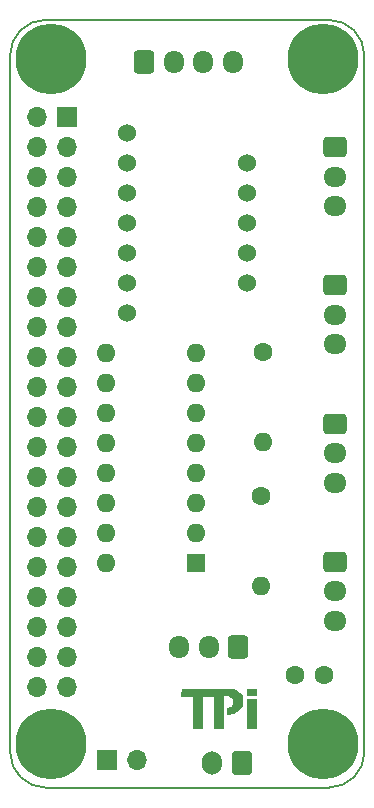
<source format=gbr>
%TF.GenerationSoftware,KiCad,Pcbnew,8.0.8*%
%TF.CreationDate,2025-02-21T13:51:55-05:00*%
%TF.ProjectId,TPI_v1,5450495f-7631-42e6-9b69-6361645f7063,rev?*%
%TF.SameCoordinates,Original*%
%TF.FileFunction,Soldermask,Top*%
%TF.FilePolarity,Negative*%
%FSLAX46Y46*%
G04 Gerber Fmt 4.6, Leading zero omitted, Abs format (unit mm)*
G04 Created by KiCad (PCBNEW 8.0.8) date 2025-02-21 13:51:55*
%MOMM*%
%LPD*%
G01*
G04 APERTURE LIST*
G04 Aperture macros list*
%AMRoundRect*
0 Rectangle with rounded corners*
0 $1 Rounding radius*
0 $2 $3 $4 $5 $6 $7 $8 $9 X,Y pos of 4 corners*
0 Add a 4 corners polygon primitive as box body*
4,1,4,$2,$3,$4,$5,$6,$7,$8,$9,$2,$3,0*
0 Add four circle primitives for the rounded corners*
1,1,$1+$1,$2,$3*
1,1,$1+$1,$4,$5*
1,1,$1+$1,$6,$7*
1,1,$1+$1,$8,$9*
0 Add four rect primitives between the rounded corners*
20,1,$1+$1,$2,$3,$4,$5,0*
20,1,$1+$1,$4,$5,$6,$7,0*
20,1,$1+$1,$6,$7,$8,$9,0*
20,1,$1+$1,$8,$9,$2,$3,0*%
G04 Aperture macros list end*
%ADD10C,0.000000*%
%ADD11R,1.700000X1.700000*%
%ADD12O,1.700000X1.700000*%
%ADD13R,1.600000X1.600000*%
%ADD14O,1.600000X1.600000*%
%ADD15RoundRect,0.250000X-0.600000X-0.725000X0.600000X-0.725000X0.600000X0.725000X-0.600000X0.725000X0*%
%ADD16O,1.700000X1.950000*%
%ADD17RoundRect,0.250000X-0.725000X0.600000X-0.725000X-0.600000X0.725000X-0.600000X0.725000X0.600000X0*%
%ADD18O,1.950000X1.700000*%
%ADD19C,1.600000*%
%ADD20C,6.000000*%
%ADD21C,1.524000*%
%ADD22RoundRect,0.250000X0.600000X0.750000X-0.600000X0.750000X-0.600000X-0.750000X0.600000X-0.750000X0*%
%ADD23O,1.700000X2.000000*%
%ADD24RoundRect,0.250000X0.600000X0.725000X-0.600000X0.725000X-0.600000X-0.725000X0.600000X-0.725000X0*%
%TA.AperFunction,Profile*%
%ADD25C,0.200000*%
%TD*%
G04 APERTURE END LIST*
D10*
%TO.C,G\u002A\u002A\u002A*%
G36*
X165392056Y-106438816D02*
G01*
X165392056Y-106731424D01*
X164969399Y-106731424D01*
X164546745Y-106731424D01*
X164546745Y-106438816D01*
X164546745Y-106146208D01*
X164969399Y-106146208D01*
X165392056Y-106146208D01*
X165392056Y-106438816D01*
G37*
G36*
X165392056Y-108265988D02*
G01*
X165392056Y-109514449D01*
X164969399Y-109514449D01*
X164546745Y-109514449D01*
X164546745Y-108265988D01*
X164546745Y-107017529D01*
X164969399Y-107017529D01*
X165392056Y-107017529D01*
X165392056Y-108265988D01*
G37*
G36*
X161223085Y-106145702D02*
G01*
X161425087Y-106145889D01*
X161624739Y-106146196D01*
X161820372Y-106146624D01*
X162010320Y-106147173D01*
X162192911Y-106147840D01*
X162366482Y-106148627D01*
X162529361Y-106149533D01*
X162679881Y-106150559D01*
X162816375Y-106151703D01*
X162937173Y-106152965D01*
X163040607Y-106154345D01*
X163125010Y-106155843D01*
X163188713Y-106157457D01*
X163230047Y-106159190D01*
X163242322Y-106160154D01*
X163430617Y-106190985D01*
X163601743Y-106239332D01*
X163755033Y-106304772D01*
X163889819Y-106386882D01*
X164005433Y-106485237D01*
X164101207Y-106599411D01*
X164176473Y-106728980D01*
X164192095Y-106763936D01*
X164231114Y-106885079D01*
X164253667Y-107020138D01*
X164260012Y-107163101D01*
X164250400Y-107307959D01*
X164225089Y-107448701D01*
X164184329Y-107579319D01*
X164154739Y-107646034D01*
X164067578Y-107791295D01*
X163959475Y-107921406D01*
X163830970Y-108035882D01*
X163682603Y-108134233D01*
X163529821Y-108209720D01*
X163444627Y-108241982D01*
X163345708Y-108273079D01*
X163242045Y-108300654D01*
X163142612Y-108322352D01*
X163056388Y-108335818D01*
X163044691Y-108337026D01*
X162992956Y-108342378D01*
X162946833Y-108347977D01*
X162917894Y-108352344D01*
X162882129Y-108359088D01*
X162882129Y-108060636D01*
X162882129Y-107762187D01*
X162963410Y-107746457D01*
X163080206Y-107713372D01*
X163178224Y-107663168D01*
X163256879Y-107596289D01*
X163315582Y-107513175D01*
X163337319Y-107465537D01*
X163358433Y-107386365D01*
X163368338Y-107293917D01*
X163367015Y-107198036D01*
X163354445Y-107108558D01*
X163338133Y-107052873D01*
X163289859Y-106957094D01*
X163225048Y-106878420D01*
X163142666Y-106816264D01*
X163041677Y-106770038D01*
X162921047Y-106739152D01*
X162779745Y-106723023D01*
X162755332Y-106721781D01*
X162596025Y-106714907D01*
X162596025Y-108114676D01*
X162596025Y-109514449D01*
X162160366Y-109514449D01*
X161724706Y-109514449D01*
X161724706Y-108161949D01*
X161724706Y-106809453D01*
X161584903Y-106809423D01*
X161529479Y-106809024D01*
X161454267Y-106807928D01*
X161365477Y-106806252D01*
X161269320Y-106804121D01*
X161172004Y-106801653D01*
X161142801Y-106800845D01*
X160840500Y-106792298D01*
X160837188Y-108150120D01*
X160833876Y-109507946D01*
X160401466Y-109511372D01*
X159969058Y-109514799D01*
X159969058Y-108154381D01*
X159969058Y-106793964D01*
X159455367Y-106803522D01*
X159313393Y-106805918D01*
X159196239Y-106807332D01*
X159102732Y-106807760D01*
X159031701Y-106807187D01*
X158981974Y-106805606D01*
X158952379Y-106803005D01*
X158941745Y-106799375D01*
X158941678Y-106799010D01*
X158943521Y-106782657D01*
X158948694Y-106744332D01*
X158956665Y-106687782D01*
X158966899Y-106616754D01*
X158978868Y-106534998D01*
X158987194Y-106478744D01*
X158999988Y-106392149D01*
X159011391Y-106313943D01*
X159020872Y-106247859D01*
X159027899Y-106197629D01*
X159031939Y-106166991D01*
X159032712Y-106159379D01*
X159045438Y-106157592D01*
X159082505Y-106155932D01*
X159142247Y-106154397D01*
X159222991Y-106152987D01*
X159323074Y-106151702D01*
X159440825Y-106150540D01*
X159574575Y-106149503D01*
X159722657Y-106148590D01*
X159883403Y-106147799D01*
X160055146Y-106147133D01*
X160236214Y-106146590D01*
X160424943Y-106146168D01*
X160619662Y-106145868D01*
X160818705Y-106145692D01*
X161020402Y-106145637D01*
X161223085Y-106145702D01*
G37*
%TD*%
D11*
%TO.C,J1*%
X149309800Y-57705600D03*
D12*
X146769800Y-57705600D03*
X149309800Y-60245600D03*
X146769800Y-60245600D03*
X149309800Y-62785600D03*
X146769800Y-62785600D03*
X149309800Y-65325600D03*
X146769800Y-65325600D03*
X149309800Y-67865600D03*
X146769800Y-67865600D03*
X149309800Y-70405600D03*
X146769800Y-70405600D03*
X149309800Y-72945600D03*
X146769800Y-72945600D03*
X149309800Y-75485600D03*
X146769800Y-75485600D03*
X149309800Y-78025600D03*
X146769800Y-78025600D03*
X149309800Y-80565600D03*
X146769800Y-80565600D03*
X149309800Y-83105600D03*
X146769800Y-83105600D03*
X149309800Y-85645600D03*
X146769800Y-85645600D03*
X149309800Y-88185600D03*
X146769800Y-88185600D03*
X149309800Y-90725600D03*
X146769800Y-90725600D03*
X149309800Y-93265600D03*
X146769800Y-93265600D03*
X149309800Y-95805600D03*
X146769800Y-95805600D03*
X149309800Y-98345600D03*
X146769800Y-98345600D03*
X149309800Y-100885600D03*
X146769800Y-100885600D03*
X149309800Y-103425600D03*
X146769800Y-103425600D03*
X149309800Y-105965600D03*
X146769800Y-105965600D03*
%TD*%
D13*
%TO.C,U3*%
X160263400Y-95460400D03*
D14*
X160263400Y-92920400D03*
X160263400Y-90380400D03*
X160263400Y-87840400D03*
X160263400Y-85300400D03*
X160263400Y-82760400D03*
X160263400Y-80220400D03*
X160263400Y-77680400D03*
X152643400Y-77680400D03*
X152643400Y-80220400D03*
X152643400Y-82760400D03*
X152643400Y-85300400D03*
X152643400Y-87840400D03*
X152643400Y-90380400D03*
X152643400Y-92920400D03*
X152643400Y-95460400D03*
%TD*%
D15*
%TO.C,J2*%
X155857600Y-53082800D03*
D16*
X158357600Y-53082800D03*
X160857600Y-53082800D03*
X163357600Y-53082800D03*
%TD*%
D17*
%TO.C,U6*%
X171987000Y-95399200D03*
D18*
X171987000Y-97899200D03*
X171987000Y-100399200D03*
%TD*%
D19*
%TO.C,R2*%
X165912200Y-77644600D03*
D14*
X165912200Y-85264600D03*
%TD*%
D20*
%TO.C,*%
X170966800Y-110842400D03*
%TD*%
D17*
%TO.C,U5*%
X171987000Y-60285600D03*
D18*
X171987000Y-62785600D03*
X171987000Y-65285600D03*
%TD*%
D20*
%TO.C,*%
X147979800Y-110842400D03*
%TD*%
%TO.C,*%
X170966800Y-52828800D03*
%TD*%
D17*
%TO.C,U2*%
X171987000Y-83694666D03*
D18*
X171987000Y-86194666D03*
X171987000Y-88694666D03*
%TD*%
D21*
%TO.C,U1*%
X154431400Y-74342600D03*
X154431400Y-71802600D03*
X154431400Y-69262600D03*
X154431400Y-66722600D03*
X154431400Y-64182600D03*
X154431400Y-61642600D03*
X154431400Y-59102600D03*
X164571400Y-71802600D03*
X164571400Y-69262600D03*
X164571400Y-66722600D03*
X164571400Y-64182600D03*
X164571400Y-61642600D03*
%TD*%
D22*
%TO.C,J3*%
X164094200Y-112442600D03*
D23*
X161594200Y-112442600D03*
%TD*%
D19*
%TO.C,C1*%
X171099200Y-104949600D03*
X168599200Y-104949600D03*
%TD*%
D24*
%TO.C,J4*%
X163804000Y-102587400D03*
D16*
X161304000Y-102587400D03*
X158804000Y-102587400D03*
%TD*%
D11*
%TO.C,J5*%
X152735000Y-112137400D03*
D12*
X155275000Y-112137400D03*
%TD*%
D20*
%TO.C,*%
X147979800Y-52828800D03*
%TD*%
D17*
%TO.C,U4*%
X171987000Y-71969600D03*
D18*
X171987000Y-74469600D03*
X171987000Y-76969600D03*
%TD*%
D19*
%TO.C,R1*%
X165734400Y-89811200D03*
D14*
X165734400Y-97431200D03*
%TD*%
D25*
X174500000Y-52500000D02*
X174500000Y-111500000D01*
X171500000Y-114500000D02*
X147500000Y-114500000D01*
X144500000Y-111500000D02*
X144500000Y-52500000D01*
X144500000Y-52500000D02*
G75*
G02*
X147500000Y-49500000I3000000J0D01*
G01*
X171500000Y-49500000D02*
G75*
G02*
X174500000Y-52500000I0J-3000000D01*
G01*
X174500000Y-111500000D02*
G75*
G02*
X171500000Y-114500000I-3000000J0D01*
G01*
X147500000Y-114500000D02*
G75*
G02*
X144500000Y-111500000I0J3000000D01*
G01*
X147500000Y-49500000D02*
X171500000Y-49500000D01*
M02*

</source>
